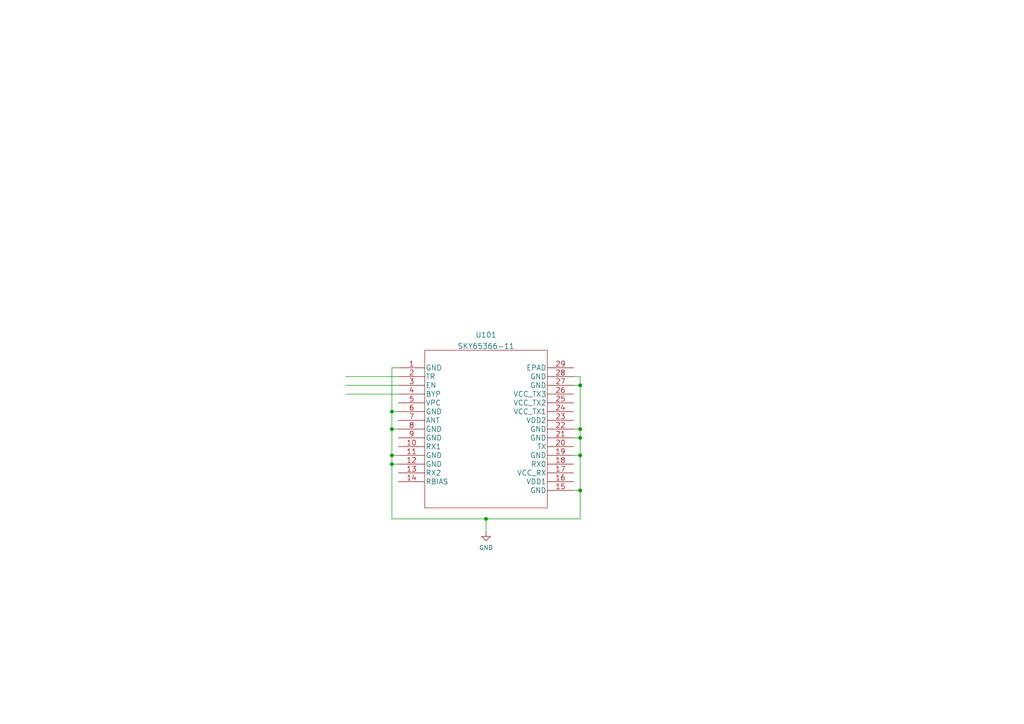
<source format=kicad_sch>
(kicad_sch (version 20211123) (generator eeschema)
  (paper "A4")
  (lib_symbols
    (symbol "2022-03-24_18-10-43:SKY65366-11" (pin_names (offset 0.254))
      (property "Reference" "U" (at 25.4 10.16 0))
      (property "Value" "SKY65366-11" (at 25.4 7.62 0))
      (symbol "SKY65366-11_1_1"
        (polyline (pts (xy 7.62 -40.64) (xy 43.18 -40.64)) (stroke (width 0.127)))
        (polyline (pts (xy 7.62 5.08) (xy 7.62 -40.64)) (stroke (width 0.127)))
        (polyline (pts (xy 43.18 -40.64) (xy 43.18 5.08)) (stroke (width 0.127)))
        (polyline (pts (xy 43.18 5.08) (xy 7.62 5.08)) (stroke (width 0.127)))
        (pin power_in line (at 0 0 0) (length 7.62) (name "GND") (number "1"))
        (pin bidirectional line (at 0 -22.86 0) (length 7.62) (name "RX1") (number "10"))
        (pin power_in line (at 0 -25.4 0) (length 7.62) (name "GND") (number "11"))
        (pin power_in line (at 0 -27.94 0) (length 7.62) (name "GND") (number "12"))
        (pin bidirectional line (at 0 -30.48 0) (length 7.62) (name "RX2") (number "13"))
        (pin unspecified line (at 0 -33.02 0) (length 7.62) (name "RBIAS") (number "14"))
        (pin power_in line (at 50.8 -35.56 180) (length 7.62) (name "GND") (number "15"))
        (pin power_in line (at 50.8 -33.02 180) (length 7.62) (name "VDD1") (number "16"))
        (pin power_in line (at 50.8 -30.48 180) (length 7.62) (name "VCC_RX") (number "17"))
        (pin bidirectional line (at 50.8 -27.94 180) (length 7.62) (name "RX0") (number "18"))
        (pin power_in line (at 50.8 -25.4 180) (length 7.62) (name "GND") (number "19"))
        (pin input line (at 0 -2.54 0) (length 7.62) (name "TR") (number "2"))
        (pin input line (at 50.8 -22.86 180) (length 7.62) (name "TX") (number "20"))
        (pin power_in line (at 50.8 -20.32 180) (length 7.62) (name "GND") (number "21"))
        (pin power_in line (at 50.8 -17.78 180) (length 7.62) (name "GND") (number "22"))
        (pin power_in line (at 50.8 -15.24 180) (length 7.62) (name "VDD2") (number "23"))
        (pin power_in line (at 50.8 -12.7 180) (length 7.62) (name "VCC_TX1") (number "24"))
        (pin power_in line (at 50.8 -10.16 180) (length 7.62) (name "VCC_TX2") (number "25"))
        (pin power_in line (at 50.8 -7.62 180) (length 7.62) (name "VCC_TX3") (number "26"))
        (pin power_in line (at 50.8 -5.08 180) (length 7.62) (name "GND") (number "27"))
        (pin power_in line (at 50.8 -2.54 180) (length 7.62) (name "GND") (number "28"))
        (pin unspecified line (at 50.8 0 180) (length 7.62) (name "EPAD") (number "29"))
        (pin input line (at 0 -5.08 0) (length 7.62) (name "EN") (number "3"))
        (pin input line (at 0 -7.62 0) (length 7.62) (name "BYP") (number "4"))
        (pin output line (at 0 -10.16 0) (length 7.62) (name "VPC") (number "5"))
        (pin power_in line (at 0 -12.7 0) (length 7.62) (name "GND") (number "6"))
        (pin bidirectional line (at 0 -15.24 0) (length 7.62) (name "ANT") (number "7"))
        (pin power_in line (at 0 -17.78 0) (length 7.62) (name "GND") (number "8"))
        (pin power_in line (at 0 -20.32 0) (length 7.62) (name "GND") (number "9"))
      )
    )
    (symbol "power:GND" (power) (pin_names (offset 0))
      (property "Value" "GND" (at 0 -3.81 0))
      (symbol "GND_0_1"
        (polyline (pts (xy 0 0) (xy 0 -1.27) (xy 1.27 -1.27) (xy 0 -2.54) (xy -1.27 -1.27) (xy 0 -1.27)))
      )
      (symbol "GND_1_1"
        (pin power_in line (at 0 0 270) (length 0) hide (name "GND") (number "1"))
      )
    )
  )
  (junction (at 113.665 124.46))
  (junction (at 113.665 132.08))
  (junction (at 113.665 134.62))
  (junction (at 168.275 124.46))
  (junction (at 168.275 132.08))
  (junction (at 168.275 111.76))
  (junction (at 168.275 127))
  (junction (at 168.275 142.24))
  (junction (at 113.665 119.38))
  (junction (at 140.97 150.495))
  (wire (pts (xy 168.275 109.22) (xy 168.275 111.76)))
  (wire (pts (xy 168.275 150.495) (xy 140.97 150.495)))
  (wire (pts (xy 113.665 124.46) (xy 113.665 119.38)))
  (wire (pts (xy 115.57 132.08) (xy 113.665 132.08)))
  (wire (pts (xy 168.275 124.46) (xy 168.275 127)))
  (wire (pts (xy 166.37 109.22) (xy 168.275 109.22)))
  (wire (pts (xy 168.275 142.24) (xy 168.275 150.495)))
  (wire (pts (xy 113.665 119.38) (xy 115.57 119.38)))
  (wire (pts (xy 100.33 114.3) (xy 115.57 114.3)))
  (wire (pts (xy 100.33 109.22) (xy 115.57 109.22)))
  (wire (pts (xy 166.37 127) (xy 168.275 127)))
  (wire (pts (xy 140.97 150.495) (xy 140.97 154.305)))
  (wire (pts (xy 100.33 111.76) (xy 115.57 111.76)))
  (wire (pts (xy 166.37 142.24) (xy 168.275 142.24)))
  (wire (pts (xy 113.665 132.08) (xy 113.665 124.46)))
  (wire (pts (xy 113.665 134.62) (xy 113.665 150.495)))
  (wire (pts (xy 166.37 111.76) (xy 168.275 111.76)))
  (wire (pts (xy 113.665 134.62) (xy 115.57 134.62)))
  (wire (pts (xy 168.275 132.08) (xy 168.275 142.24)))
  (wire (pts (xy 113.665 132.08) (xy 113.665 134.62)))
  (wire (pts (xy 113.665 119.38) (xy 113.665 106.68)))
  (wire (pts (xy 113.665 150.495) (xy 140.97 150.495)))
  (wire (pts (xy 113.665 124.46) (xy 115.57 124.46)))
  (wire (pts (xy 113.665 106.68) (xy 115.57 106.68)))
  (wire (pts (xy 168.275 127) (xy 168.275 132.08)))
  (wire (pts (xy 166.37 132.08) (xy 168.275 132.08)))
  (wire (pts (xy 166.37 124.46) (xy 168.275 124.46)))
  (wire (pts (xy 168.275 111.76) (xy 168.275 124.46)))
  (symbol (lib_id "2022-03-24_18-10-43:SKY65366-11") (at 115.57 106.68 0) (unit 1)
    (property "Reference" "U101" (at 140.97 97.1326 0) (effects (font (size 1.524 1.524))))
    (property "Value" "SKY65366-11" (at 140.97 100.4116 0) (effects (font (size 1.524 1.524))))
    (property "Footprint" "SKY65366:SKY65366-11" (effects hide))
  )
  (symbol (lib_id "power:GND") (at 140.97 154.305 0) (unit 1)
    (property "Reference" "#PWR?" (effects hide))
    (property "Value" "GND" (at 140.97 158.8675 0))
  )
)
</source>
